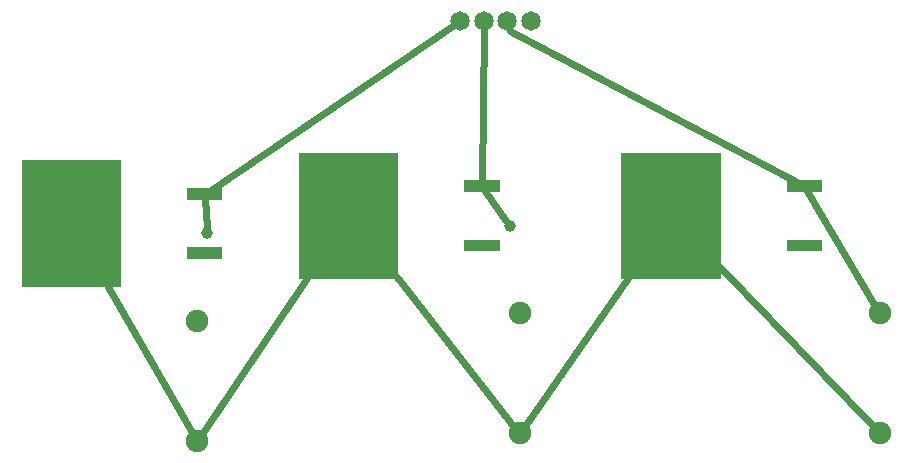
<source format=gtl>
G04 MADE WITH FRITZING*
G04 WWW.FRITZING.ORG*
G04 DOUBLE SIDED*
G04 HOLES PLATED*
G04 CONTOUR ON CENTER OF CONTOUR VECTOR*
%ASAXBY*%
%FSLAX23Y23*%
%MOIN*%
%OFA0B0*%
%SFA1.0B1.0*%
%ADD10C,0.039370*%
%ADD11C,0.065000*%
%ADD12C,0.075000*%
%ADD13C,0.024000*%
%ADD14R,0.001000X0.001000*%
%LNCOPPER1*%
G90*
G70*
G54D10*
X703Y819D03*
X1711Y843D03*
G54D11*
X1545Y1526D03*
X1624Y1526D03*
X1702Y1526D03*
X1781Y1526D03*
G54D12*
X670Y526D03*
X670Y126D03*
X1745Y551D03*
X1745Y151D03*
X2945Y551D03*
X2945Y151D03*
G54D13*
X696Y933D02*
X702Y837D01*
D02*
X1525Y1512D02*
X716Y962D01*
D02*
X1630Y958D02*
X1700Y858D01*
D02*
X1624Y1502D02*
X1620Y987D01*
D02*
X2703Y958D02*
X2930Y575D01*
D02*
X1711Y1491D02*
X2668Y987D01*
D02*
X1708Y1503D02*
X1711Y1491D01*
D02*
X369Y644D02*
X656Y150D01*
D02*
X1037Y669D02*
X686Y149D01*
D02*
X1727Y173D02*
X1335Y671D01*
D02*
X2107Y669D02*
X1761Y174D01*
D02*
X2925Y171D02*
X2410Y708D01*
G54D14*
X1009Y1085D02*
X1339Y1085D01*
X2084Y1085D02*
X2414Y1085D01*
X1009Y1084D02*
X1339Y1084D01*
X2084Y1084D02*
X2414Y1084D01*
X1009Y1083D02*
X1339Y1083D01*
X2084Y1083D02*
X2414Y1083D01*
X1009Y1082D02*
X1339Y1082D01*
X2084Y1082D02*
X2414Y1082D01*
X1009Y1081D02*
X1339Y1081D01*
X2084Y1081D02*
X2414Y1081D01*
X1009Y1080D02*
X1339Y1080D01*
X2084Y1080D02*
X2414Y1080D01*
X1009Y1079D02*
X1339Y1079D01*
X2084Y1079D02*
X2414Y1079D01*
X1009Y1078D02*
X1339Y1078D01*
X2084Y1078D02*
X2414Y1078D01*
X1009Y1077D02*
X1339Y1077D01*
X2084Y1077D02*
X2414Y1077D01*
X1009Y1076D02*
X1339Y1076D01*
X2084Y1076D02*
X2414Y1076D01*
X1009Y1075D02*
X1339Y1075D01*
X2084Y1075D02*
X2414Y1075D01*
X1009Y1074D02*
X1339Y1074D01*
X2084Y1074D02*
X2414Y1074D01*
X1009Y1073D02*
X1339Y1073D01*
X2084Y1073D02*
X2414Y1073D01*
X1009Y1072D02*
X1339Y1072D01*
X2084Y1072D02*
X2414Y1072D01*
X1009Y1071D02*
X1339Y1071D01*
X2084Y1071D02*
X2414Y1071D01*
X1009Y1070D02*
X1339Y1070D01*
X2084Y1070D02*
X2414Y1070D01*
X1009Y1069D02*
X1339Y1069D01*
X2084Y1069D02*
X2414Y1069D01*
X1009Y1068D02*
X1339Y1068D01*
X2084Y1068D02*
X2414Y1068D01*
X1009Y1067D02*
X1339Y1067D01*
X2084Y1067D02*
X2414Y1067D01*
X1009Y1066D02*
X1339Y1066D01*
X2084Y1066D02*
X2414Y1066D01*
X1009Y1065D02*
X1339Y1065D01*
X2084Y1065D02*
X2414Y1065D01*
X1009Y1064D02*
X1339Y1064D01*
X2084Y1064D02*
X2414Y1064D01*
X1009Y1063D02*
X1339Y1063D01*
X2084Y1063D02*
X2414Y1063D01*
X1009Y1062D02*
X1339Y1062D01*
X2084Y1062D02*
X2414Y1062D01*
X1009Y1061D02*
X1339Y1061D01*
X2084Y1061D02*
X2414Y1061D01*
X85Y1060D02*
X414Y1060D01*
X1009Y1060D02*
X1339Y1060D01*
X2084Y1060D02*
X2414Y1060D01*
X85Y1059D02*
X414Y1059D01*
X1009Y1059D02*
X1339Y1059D01*
X2084Y1059D02*
X2414Y1059D01*
X85Y1058D02*
X414Y1058D01*
X1009Y1058D02*
X1339Y1058D01*
X2084Y1058D02*
X2414Y1058D01*
X85Y1057D02*
X414Y1057D01*
X1009Y1057D02*
X1339Y1057D01*
X2084Y1057D02*
X2414Y1057D01*
X85Y1056D02*
X414Y1056D01*
X1009Y1056D02*
X1339Y1056D01*
X2084Y1056D02*
X2414Y1056D01*
X85Y1055D02*
X414Y1055D01*
X1009Y1055D02*
X1339Y1055D01*
X2084Y1055D02*
X2414Y1055D01*
X85Y1054D02*
X414Y1054D01*
X1009Y1054D02*
X1339Y1054D01*
X2084Y1054D02*
X2414Y1054D01*
X85Y1053D02*
X414Y1053D01*
X1009Y1053D02*
X1339Y1053D01*
X2084Y1053D02*
X2414Y1053D01*
X85Y1052D02*
X414Y1052D01*
X1009Y1052D02*
X1339Y1052D01*
X2084Y1052D02*
X2414Y1052D01*
X85Y1051D02*
X414Y1051D01*
X1009Y1051D02*
X1339Y1051D01*
X2084Y1051D02*
X2414Y1051D01*
X85Y1050D02*
X414Y1050D01*
X1009Y1050D02*
X1339Y1050D01*
X2084Y1050D02*
X2414Y1050D01*
X85Y1049D02*
X414Y1049D01*
X1009Y1049D02*
X1339Y1049D01*
X2084Y1049D02*
X2414Y1049D01*
X85Y1048D02*
X414Y1048D01*
X1009Y1048D02*
X1339Y1048D01*
X2084Y1048D02*
X2414Y1048D01*
X85Y1047D02*
X414Y1047D01*
X1009Y1047D02*
X1339Y1047D01*
X2084Y1047D02*
X2414Y1047D01*
X85Y1046D02*
X414Y1046D01*
X1009Y1046D02*
X1339Y1046D01*
X2084Y1046D02*
X2414Y1046D01*
X85Y1045D02*
X414Y1045D01*
X1009Y1045D02*
X1339Y1045D01*
X2084Y1045D02*
X2414Y1045D01*
X85Y1044D02*
X414Y1044D01*
X1009Y1044D02*
X1339Y1044D01*
X2084Y1044D02*
X2414Y1044D01*
X85Y1043D02*
X414Y1043D01*
X1009Y1043D02*
X1339Y1043D01*
X2084Y1043D02*
X2414Y1043D01*
X85Y1042D02*
X414Y1042D01*
X1009Y1042D02*
X1339Y1042D01*
X2084Y1042D02*
X2414Y1042D01*
X85Y1041D02*
X414Y1041D01*
X1009Y1041D02*
X1339Y1041D01*
X2084Y1041D02*
X2414Y1041D01*
X85Y1040D02*
X414Y1040D01*
X1009Y1040D02*
X1339Y1040D01*
X2084Y1040D02*
X2414Y1040D01*
X85Y1039D02*
X414Y1039D01*
X1009Y1039D02*
X1339Y1039D01*
X2084Y1039D02*
X2414Y1039D01*
X85Y1038D02*
X414Y1038D01*
X1009Y1038D02*
X1339Y1038D01*
X2084Y1038D02*
X2414Y1038D01*
X85Y1037D02*
X414Y1037D01*
X1009Y1037D02*
X1339Y1037D01*
X2084Y1037D02*
X2414Y1037D01*
X85Y1036D02*
X414Y1036D01*
X1009Y1036D02*
X1339Y1036D01*
X2084Y1036D02*
X2414Y1036D01*
X85Y1035D02*
X414Y1035D01*
X1009Y1035D02*
X1339Y1035D01*
X2084Y1035D02*
X2414Y1035D01*
X85Y1034D02*
X414Y1034D01*
X1009Y1034D02*
X1339Y1034D01*
X2084Y1034D02*
X2414Y1034D01*
X85Y1033D02*
X414Y1033D01*
X1009Y1033D02*
X1339Y1033D01*
X2084Y1033D02*
X2414Y1033D01*
X85Y1032D02*
X414Y1032D01*
X1009Y1032D02*
X1339Y1032D01*
X2084Y1032D02*
X2414Y1032D01*
X85Y1031D02*
X414Y1031D01*
X1009Y1031D02*
X1339Y1031D01*
X2084Y1031D02*
X2414Y1031D01*
X85Y1030D02*
X414Y1030D01*
X1009Y1030D02*
X1339Y1030D01*
X2084Y1030D02*
X2414Y1030D01*
X85Y1029D02*
X414Y1029D01*
X1009Y1029D02*
X1339Y1029D01*
X2084Y1029D02*
X2414Y1029D01*
X85Y1028D02*
X414Y1028D01*
X1009Y1028D02*
X1339Y1028D01*
X2084Y1028D02*
X2414Y1028D01*
X85Y1027D02*
X414Y1027D01*
X1009Y1027D02*
X1339Y1027D01*
X2084Y1027D02*
X2414Y1027D01*
X85Y1026D02*
X414Y1026D01*
X1009Y1026D02*
X1339Y1026D01*
X2084Y1026D02*
X2414Y1026D01*
X85Y1025D02*
X414Y1025D01*
X1009Y1025D02*
X1339Y1025D01*
X2084Y1025D02*
X2414Y1025D01*
X85Y1024D02*
X414Y1024D01*
X1009Y1024D02*
X1339Y1024D01*
X2084Y1024D02*
X2414Y1024D01*
X85Y1023D02*
X414Y1023D01*
X1009Y1023D02*
X1339Y1023D01*
X2084Y1023D02*
X2414Y1023D01*
X85Y1022D02*
X414Y1022D01*
X1009Y1022D02*
X1339Y1022D01*
X2084Y1022D02*
X2414Y1022D01*
X85Y1021D02*
X414Y1021D01*
X1009Y1021D02*
X1339Y1021D01*
X2084Y1021D02*
X2414Y1021D01*
X85Y1020D02*
X414Y1020D01*
X1009Y1020D02*
X1339Y1020D01*
X2084Y1020D02*
X2414Y1020D01*
X85Y1019D02*
X414Y1019D01*
X1009Y1019D02*
X1339Y1019D01*
X2084Y1019D02*
X2414Y1019D01*
X85Y1018D02*
X414Y1018D01*
X1009Y1018D02*
X1339Y1018D01*
X2084Y1018D02*
X2414Y1018D01*
X85Y1017D02*
X414Y1017D01*
X1009Y1017D02*
X1339Y1017D01*
X2084Y1017D02*
X2414Y1017D01*
X85Y1016D02*
X414Y1016D01*
X1009Y1016D02*
X1339Y1016D01*
X2084Y1016D02*
X2414Y1016D01*
X85Y1015D02*
X414Y1015D01*
X1009Y1015D02*
X1339Y1015D01*
X2084Y1015D02*
X2414Y1015D01*
X85Y1014D02*
X414Y1014D01*
X1009Y1014D02*
X1339Y1014D01*
X2084Y1014D02*
X2414Y1014D01*
X85Y1013D02*
X414Y1013D01*
X1009Y1013D02*
X1339Y1013D01*
X2084Y1013D02*
X2414Y1013D01*
X85Y1012D02*
X414Y1012D01*
X1009Y1012D02*
X1339Y1012D01*
X2084Y1012D02*
X2414Y1012D01*
X85Y1011D02*
X414Y1011D01*
X1009Y1011D02*
X1339Y1011D01*
X2084Y1011D02*
X2414Y1011D01*
X85Y1010D02*
X414Y1010D01*
X1009Y1010D02*
X1339Y1010D01*
X2084Y1010D02*
X2414Y1010D01*
X85Y1009D02*
X414Y1009D01*
X1009Y1009D02*
X1339Y1009D01*
X2084Y1009D02*
X2414Y1009D01*
X85Y1008D02*
X414Y1008D01*
X1009Y1008D02*
X1339Y1008D01*
X2084Y1008D02*
X2414Y1008D01*
X85Y1007D02*
X414Y1007D01*
X1009Y1007D02*
X1339Y1007D01*
X2084Y1007D02*
X2414Y1007D01*
X85Y1006D02*
X414Y1006D01*
X1009Y1006D02*
X1339Y1006D01*
X2084Y1006D02*
X2414Y1006D01*
X85Y1005D02*
X414Y1005D01*
X1009Y1005D02*
X1339Y1005D01*
X2084Y1005D02*
X2414Y1005D01*
X85Y1004D02*
X414Y1004D01*
X1009Y1004D02*
X1339Y1004D01*
X2084Y1004D02*
X2414Y1004D01*
X85Y1003D02*
X414Y1003D01*
X1009Y1003D02*
X1339Y1003D01*
X2084Y1003D02*
X2414Y1003D01*
X85Y1002D02*
X414Y1002D01*
X1009Y1002D02*
X1339Y1002D01*
X2084Y1002D02*
X2414Y1002D01*
X85Y1001D02*
X414Y1001D01*
X1009Y1001D02*
X1339Y1001D01*
X2084Y1001D02*
X2414Y1001D01*
X85Y1000D02*
X414Y1000D01*
X1009Y1000D02*
X1339Y1000D01*
X2084Y1000D02*
X2414Y1000D01*
X85Y999D02*
X414Y999D01*
X1009Y999D02*
X1339Y999D01*
X2084Y999D02*
X2414Y999D01*
X85Y998D02*
X414Y998D01*
X1009Y998D02*
X1339Y998D01*
X2084Y998D02*
X2414Y998D01*
X85Y997D02*
X414Y997D01*
X1009Y997D02*
X1339Y997D01*
X2084Y997D02*
X2414Y997D01*
X85Y996D02*
X414Y996D01*
X1009Y996D02*
X1339Y996D01*
X2084Y996D02*
X2414Y996D01*
X85Y995D02*
X414Y995D01*
X1009Y995D02*
X1339Y995D01*
X2084Y995D02*
X2414Y995D01*
X85Y994D02*
X414Y994D01*
X1009Y994D02*
X1339Y994D01*
X2084Y994D02*
X2414Y994D01*
X85Y993D02*
X414Y993D01*
X1009Y993D02*
X1339Y993D01*
X1560Y993D02*
X1677Y993D01*
X2084Y993D02*
X2414Y993D01*
X2635Y993D02*
X2752Y993D01*
X85Y992D02*
X414Y992D01*
X1009Y992D02*
X1339Y992D01*
X1560Y992D02*
X1678Y992D01*
X2084Y992D02*
X2414Y992D01*
X2635Y992D02*
X2752Y992D01*
X85Y991D02*
X414Y991D01*
X1009Y991D02*
X1339Y991D01*
X1560Y991D02*
X1678Y991D01*
X2084Y991D02*
X2414Y991D01*
X2635Y991D02*
X2752Y991D01*
X85Y990D02*
X414Y990D01*
X1009Y990D02*
X1339Y990D01*
X1560Y990D02*
X1678Y990D01*
X2084Y990D02*
X2414Y990D01*
X2635Y990D02*
X2752Y990D01*
X85Y989D02*
X414Y989D01*
X1009Y989D02*
X1339Y989D01*
X1560Y989D02*
X1678Y989D01*
X2084Y989D02*
X2414Y989D01*
X2635Y989D02*
X2752Y989D01*
X85Y988D02*
X414Y988D01*
X1009Y988D02*
X1339Y988D01*
X1560Y988D02*
X1678Y988D01*
X2084Y988D02*
X2414Y988D01*
X2635Y988D02*
X2752Y988D01*
X85Y987D02*
X414Y987D01*
X1009Y987D02*
X1339Y987D01*
X1560Y987D02*
X1678Y987D01*
X2084Y987D02*
X2414Y987D01*
X2635Y987D02*
X2752Y987D01*
X85Y986D02*
X414Y986D01*
X1009Y986D02*
X1339Y986D01*
X1560Y986D02*
X1678Y986D01*
X2084Y986D02*
X2414Y986D01*
X2635Y986D02*
X2752Y986D01*
X85Y985D02*
X414Y985D01*
X1009Y985D02*
X1339Y985D01*
X1560Y985D02*
X1678Y985D01*
X2084Y985D02*
X2414Y985D01*
X2635Y985D02*
X2752Y985D01*
X85Y984D02*
X414Y984D01*
X1009Y984D02*
X1339Y984D01*
X1560Y984D02*
X1678Y984D01*
X2084Y984D02*
X2414Y984D01*
X2635Y984D02*
X2752Y984D01*
X85Y983D02*
X414Y983D01*
X1009Y983D02*
X1339Y983D01*
X1560Y983D02*
X1678Y983D01*
X2084Y983D02*
X2414Y983D01*
X2635Y983D02*
X2752Y983D01*
X85Y982D02*
X414Y982D01*
X1009Y982D02*
X1339Y982D01*
X1560Y982D02*
X1678Y982D01*
X2084Y982D02*
X2414Y982D01*
X2635Y982D02*
X2752Y982D01*
X85Y981D02*
X414Y981D01*
X1009Y981D02*
X1339Y981D01*
X1560Y981D02*
X1678Y981D01*
X2084Y981D02*
X2414Y981D01*
X2635Y981D02*
X2752Y981D01*
X85Y980D02*
X414Y980D01*
X1009Y980D02*
X1339Y980D01*
X1560Y980D02*
X1678Y980D01*
X2084Y980D02*
X2414Y980D01*
X2635Y980D02*
X2752Y980D01*
X85Y979D02*
X414Y979D01*
X1009Y979D02*
X1339Y979D01*
X1560Y979D02*
X1678Y979D01*
X2084Y979D02*
X2414Y979D01*
X2635Y979D02*
X2752Y979D01*
X85Y978D02*
X414Y978D01*
X1009Y978D02*
X1339Y978D01*
X1560Y978D02*
X1678Y978D01*
X2084Y978D02*
X2414Y978D01*
X2635Y978D02*
X2752Y978D01*
X85Y977D02*
X414Y977D01*
X1009Y977D02*
X1339Y977D01*
X1560Y977D02*
X1678Y977D01*
X2084Y977D02*
X2414Y977D01*
X2635Y977D02*
X2752Y977D01*
X85Y976D02*
X414Y976D01*
X1009Y976D02*
X1339Y976D01*
X1560Y976D02*
X1678Y976D01*
X2084Y976D02*
X2414Y976D01*
X2635Y976D02*
X2752Y976D01*
X85Y975D02*
X414Y975D01*
X1009Y975D02*
X1339Y975D01*
X1560Y975D02*
X1678Y975D01*
X2084Y975D02*
X2414Y975D01*
X2635Y975D02*
X2752Y975D01*
X85Y974D02*
X414Y974D01*
X1009Y974D02*
X1339Y974D01*
X1560Y974D02*
X1678Y974D01*
X2084Y974D02*
X2414Y974D01*
X2635Y974D02*
X2752Y974D01*
X85Y973D02*
X414Y973D01*
X1009Y973D02*
X1339Y973D01*
X1560Y973D02*
X1678Y973D01*
X2084Y973D02*
X2414Y973D01*
X2635Y973D02*
X2752Y973D01*
X85Y972D02*
X414Y972D01*
X1009Y972D02*
X1339Y972D01*
X1560Y972D02*
X1678Y972D01*
X2084Y972D02*
X2414Y972D01*
X2635Y972D02*
X2752Y972D01*
X85Y971D02*
X414Y971D01*
X1009Y971D02*
X1339Y971D01*
X1560Y971D02*
X1678Y971D01*
X2084Y971D02*
X2414Y971D01*
X2635Y971D02*
X2752Y971D01*
X85Y970D02*
X414Y970D01*
X1009Y970D02*
X1339Y970D01*
X1560Y970D02*
X1678Y970D01*
X2084Y970D02*
X2414Y970D01*
X2635Y970D02*
X2752Y970D01*
X85Y969D02*
X414Y969D01*
X1009Y969D02*
X1339Y969D01*
X1560Y969D02*
X1678Y969D01*
X2084Y969D02*
X2414Y969D01*
X2635Y969D02*
X2752Y969D01*
X85Y968D02*
X414Y968D01*
X636Y968D02*
X753Y968D01*
X1009Y968D02*
X1339Y968D01*
X1560Y968D02*
X1678Y968D01*
X2084Y968D02*
X2414Y968D01*
X2635Y968D02*
X2752Y968D01*
X85Y967D02*
X414Y967D01*
X636Y967D02*
X753Y967D01*
X1009Y967D02*
X1339Y967D01*
X1560Y967D02*
X1678Y967D01*
X2084Y967D02*
X2414Y967D01*
X2635Y967D02*
X2752Y967D01*
X85Y966D02*
X414Y966D01*
X636Y966D02*
X753Y966D01*
X1009Y966D02*
X1339Y966D01*
X1560Y966D02*
X1678Y966D01*
X2084Y966D02*
X2414Y966D01*
X2635Y966D02*
X2752Y966D01*
X85Y965D02*
X414Y965D01*
X636Y965D02*
X753Y965D01*
X1009Y965D02*
X1339Y965D01*
X1560Y965D02*
X1678Y965D01*
X2084Y965D02*
X2414Y965D01*
X2635Y965D02*
X2752Y965D01*
X85Y964D02*
X414Y964D01*
X636Y964D02*
X753Y964D01*
X1009Y964D02*
X1339Y964D01*
X1560Y964D02*
X1678Y964D01*
X2084Y964D02*
X2414Y964D01*
X2635Y964D02*
X2752Y964D01*
X85Y963D02*
X414Y963D01*
X636Y963D02*
X753Y963D01*
X1009Y963D02*
X1339Y963D01*
X1560Y963D02*
X1678Y963D01*
X2084Y963D02*
X2414Y963D01*
X2635Y963D02*
X2752Y963D01*
X85Y962D02*
X414Y962D01*
X636Y962D02*
X753Y962D01*
X1009Y962D02*
X1339Y962D01*
X1560Y962D02*
X1678Y962D01*
X2084Y962D02*
X2414Y962D01*
X2635Y962D02*
X2752Y962D01*
X85Y961D02*
X414Y961D01*
X636Y961D02*
X753Y961D01*
X1009Y961D02*
X1339Y961D01*
X1560Y961D02*
X1678Y961D01*
X2084Y961D02*
X2414Y961D01*
X2635Y961D02*
X2752Y961D01*
X85Y960D02*
X414Y960D01*
X636Y960D02*
X753Y960D01*
X1009Y960D02*
X1339Y960D01*
X1560Y960D02*
X1678Y960D01*
X2084Y960D02*
X2414Y960D01*
X2635Y960D02*
X2752Y960D01*
X85Y959D02*
X414Y959D01*
X636Y959D02*
X753Y959D01*
X1009Y959D02*
X1339Y959D01*
X1560Y959D02*
X1678Y959D01*
X2084Y959D02*
X2414Y959D01*
X2635Y959D02*
X2752Y959D01*
X85Y958D02*
X414Y958D01*
X636Y958D02*
X753Y958D01*
X1009Y958D02*
X1339Y958D01*
X1560Y958D02*
X1678Y958D01*
X2084Y958D02*
X2414Y958D01*
X2635Y958D02*
X2752Y958D01*
X85Y957D02*
X414Y957D01*
X636Y957D02*
X753Y957D01*
X1009Y957D02*
X1339Y957D01*
X1560Y957D02*
X1678Y957D01*
X2084Y957D02*
X2414Y957D01*
X2635Y957D02*
X2752Y957D01*
X85Y956D02*
X414Y956D01*
X636Y956D02*
X753Y956D01*
X1009Y956D02*
X1339Y956D01*
X1560Y956D02*
X1678Y956D01*
X2084Y956D02*
X2414Y956D01*
X2635Y956D02*
X2752Y956D01*
X85Y955D02*
X414Y955D01*
X636Y955D02*
X753Y955D01*
X1009Y955D02*
X1339Y955D01*
X1560Y955D02*
X1678Y955D01*
X2084Y955D02*
X2414Y955D01*
X2635Y955D02*
X2752Y955D01*
X85Y954D02*
X414Y954D01*
X636Y954D02*
X753Y954D01*
X1009Y954D02*
X1339Y954D01*
X2084Y954D02*
X2414Y954D01*
X85Y953D02*
X414Y953D01*
X636Y953D02*
X753Y953D01*
X1009Y953D02*
X1339Y953D01*
X2084Y953D02*
X2414Y953D01*
X85Y952D02*
X414Y952D01*
X636Y952D02*
X753Y952D01*
X1009Y952D02*
X1339Y952D01*
X2084Y952D02*
X2414Y952D01*
X85Y951D02*
X414Y951D01*
X636Y951D02*
X753Y951D01*
X1009Y951D02*
X1339Y951D01*
X2084Y951D02*
X2414Y951D01*
X85Y950D02*
X414Y950D01*
X636Y950D02*
X753Y950D01*
X1009Y950D02*
X1339Y950D01*
X2084Y950D02*
X2414Y950D01*
X85Y949D02*
X414Y949D01*
X636Y949D02*
X753Y949D01*
X1009Y949D02*
X1339Y949D01*
X2084Y949D02*
X2414Y949D01*
X85Y948D02*
X414Y948D01*
X636Y948D02*
X753Y948D01*
X1009Y948D02*
X1339Y948D01*
X2084Y948D02*
X2414Y948D01*
X85Y947D02*
X414Y947D01*
X636Y947D02*
X753Y947D01*
X1009Y947D02*
X1339Y947D01*
X2084Y947D02*
X2414Y947D01*
X85Y946D02*
X414Y946D01*
X636Y946D02*
X753Y946D01*
X1009Y946D02*
X1339Y946D01*
X2084Y946D02*
X2414Y946D01*
X85Y945D02*
X414Y945D01*
X636Y945D02*
X753Y945D01*
X1009Y945D02*
X1339Y945D01*
X2084Y945D02*
X2414Y945D01*
X85Y944D02*
X414Y944D01*
X636Y944D02*
X753Y944D01*
X1009Y944D02*
X1339Y944D01*
X2084Y944D02*
X2414Y944D01*
X85Y943D02*
X414Y943D01*
X636Y943D02*
X753Y943D01*
X1009Y943D02*
X1339Y943D01*
X2084Y943D02*
X2414Y943D01*
X85Y942D02*
X414Y942D01*
X636Y942D02*
X753Y942D01*
X1009Y942D02*
X1339Y942D01*
X2084Y942D02*
X2414Y942D01*
X85Y941D02*
X414Y941D01*
X636Y941D02*
X753Y941D01*
X1009Y941D02*
X1339Y941D01*
X2084Y941D02*
X2414Y941D01*
X85Y940D02*
X414Y940D01*
X636Y940D02*
X753Y940D01*
X1009Y940D02*
X1339Y940D01*
X2084Y940D02*
X2414Y940D01*
X85Y939D02*
X414Y939D01*
X636Y939D02*
X753Y939D01*
X1009Y939D02*
X1339Y939D01*
X2084Y939D02*
X2414Y939D01*
X85Y938D02*
X414Y938D01*
X636Y938D02*
X753Y938D01*
X1009Y938D02*
X1339Y938D01*
X2084Y938D02*
X2414Y938D01*
X85Y937D02*
X414Y937D01*
X636Y937D02*
X753Y937D01*
X1009Y937D02*
X1339Y937D01*
X2084Y937D02*
X2414Y937D01*
X85Y936D02*
X414Y936D01*
X636Y936D02*
X753Y936D01*
X1009Y936D02*
X1339Y936D01*
X2084Y936D02*
X2414Y936D01*
X85Y935D02*
X414Y935D01*
X636Y935D02*
X753Y935D01*
X1009Y935D02*
X1339Y935D01*
X2084Y935D02*
X2414Y935D01*
X85Y934D02*
X414Y934D01*
X636Y934D02*
X753Y934D01*
X1009Y934D02*
X1339Y934D01*
X2084Y934D02*
X2414Y934D01*
X85Y933D02*
X414Y933D01*
X636Y933D02*
X753Y933D01*
X1009Y933D02*
X1339Y933D01*
X2084Y933D02*
X2414Y933D01*
X85Y932D02*
X414Y932D01*
X636Y932D02*
X753Y932D01*
X1009Y932D02*
X1339Y932D01*
X2084Y932D02*
X2414Y932D01*
X85Y931D02*
X414Y931D01*
X636Y931D02*
X753Y931D01*
X1009Y931D02*
X1339Y931D01*
X2084Y931D02*
X2414Y931D01*
X85Y930D02*
X414Y930D01*
X636Y930D02*
X753Y930D01*
X1009Y930D02*
X1339Y930D01*
X2084Y930D02*
X2414Y930D01*
X85Y929D02*
X414Y929D01*
X1009Y929D02*
X1339Y929D01*
X2084Y929D02*
X2414Y929D01*
X85Y928D02*
X414Y928D01*
X1009Y928D02*
X1339Y928D01*
X2084Y928D02*
X2414Y928D01*
X85Y927D02*
X414Y927D01*
X1009Y927D02*
X1339Y927D01*
X2084Y927D02*
X2414Y927D01*
X85Y926D02*
X414Y926D01*
X1009Y926D02*
X1339Y926D01*
X2084Y926D02*
X2414Y926D01*
X85Y925D02*
X414Y925D01*
X1009Y925D02*
X1339Y925D01*
X2084Y925D02*
X2414Y925D01*
X85Y924D02*
X414Y924D01*
X1009Y924D02*
X1339Y924D01*
X2084Y924D02*
X2414Y924D01*
X85Y923D02*
X414Y923D01*
X1009Y923D02*
X1339Y923D01*
X2084Y923D02*
X2414Y923D01*
X85Y922D02*
X414Y922D01*
X1009Y922D02*
X1339Y922D01*
X2084Y922D02*
X2414Y922D01*
X85Y921D02*
X414Y921D01*
X1009Y921D02*
X1339Y921D01*
X2084Y921D02*
X2414Y921D01*
X85Y920D02*
X414Y920D01*
X1009Y920D02*
X1339Y920D01*
X2084Y920D02*
X2414Y920D01*
X85Y919D02*
X414Y919D01*
X1009Y919D02*
X1339Y919D01*
X2084Y919D02*
X2414Y919D01*
X85Y918D02*
X414Y918D01*
X1009Y918D02*
X1339Y918D01*
X2084Y918D02*
X2414Y918D01*
X85Y917D02*
X414Y917D01*
X1009Y917D02*
X1339Y917D01*
X2084Y917D02*
X2414Y917D01*
X85Y916D02*
X414Y916D01*
X1009Y916D02*
X1339Y916D01*
X2084Y916D02*
X2414Y916D01*
X85Y915D02*
X414Y915D01*
X1009Y915D02*
X1339Y915D01*
X2084Y915D02*
X2414Y915D01*
X85Y914D02*
X414Y914D01*
X1009Y914D02*
X1339Y914D01*
X2084Y914D02*
X2414Y914D01*
X85Y913D02*
X414Y913D01*
X1009Y913D02*
X1339Y913D01*
X2084Y913D02*
X2414Y913D01*
X85Y912D02*
X414Y912D01*
X1009Y912D02*
X1339Y912D01*
X2084Y912D02*
X2414Y912D01*
X85Y911D02*
X414Y911D01*
X1009Y911D02*
X1339Y911D01*
X2084Y911D02*
X2414Y911D01*
X85Y910D02*
X414Y910D01*
X1009Y910D02*
X1339Y910D01*
X2084Y910D02*
X2414Y910D01*
X85Y909D02*
X414Y909D01*
X1009Y909D02*
X1339Y909D01*
X2084Y909D02*
X2414Y909D01*
X85Y908D02*
X414Y908D01*
X1009Y908D02*
X1339Y908D01*
X2084Y908D02*
X2414Y908D01*
X85Y907D02*
X414Y907D01*
X1009Y907D02*
X1339Y907D01*
X2084Y907D02*
X2414Y907D01*
X85Y906D02*
X414Y906D01*
X1009Y906D02*
X1339Y906D01*
X2084Y906D02*
X2414Y906D01*
X85Y905D02*
X414Y905D01*
X1009Y905D02*
X1339Y905D01*
X2084Y905D02*
X2414Y905D01*
X85Y904D02*
X414Y904D01*
X1009Y904D02*
X1339Y904D01*
X2084Y904D02*
X2414Y904D01*
X85Y903D02*
X414Y903D01*
X1009Y903D02*
X1339Y903D01*
X2084Y903D02*
X2414Y903D01*
X85Y902D02*
X414Y902D01*
X1009Y902D02*
X1339Y902D01*
X2084Y902D02*
X2414Y902D01*
X85Y901D02*
X414Y901D01*
X1009Y901D02*
X1339Y901D01*
X2084Y901D02*
X2414Y901D01*
X85Y900D02*
X414Y900D01*
X1009Y900D02*
X1339Y900D01*
X2084Y900D02*
X2414Y900D01*
X85Y899D02*
X414Y899D01*
X1009Y899D02*
X1339Y899D01*
X2084Y899D02*
X2414Y899D01*
X85Y898D02*
X414Y898D01*
X1009Y898D02*
X1339Y898D01*
X2084Y898D02*
X2414Y898D01*
X85Y897D02*
X414Y897D01*
X1009Y897D02*
X1339Y897D01*
X2084Y897D02*
X2414Y897D01*
X85Y896D02*
X414Y896D01*
X1009Y896D02*
X1339Y896D01*
X2084Y896D02*
X2414Y896D01*
X85Y895D02*
X414Y895D01*
X1009Y895D02*
X1339Y895D01*
X2084Y895D02*
X2414Y895D01*
X85Y894D02*
X414Y894D01*
X1009Y894D02*
X1339Y894D01*
X2084Y894D02*
X2414Y894D01*
X85Y893D02*
X414Y893D01*
X1009Y893D02*
X1339Y893D01*
X2084Y893D02*
X2414Y893D01*
X85Y892D02*
X414Y892D01*
X1009Y892D02*
X1339Y892D01*
X2084Y892D02*
X2414Y892D01*
X85Y891D02*
X414Y891D01*
X1009Y891D02*
X1339Y891D01*
X2084Y891D02*
X2414Y891D01*
X85Y890D02*
X414Y890D01*
X1009Y890D02*
X1339Y890D01*
X2084Y890D02*
X2414Y890D01*
X85Y889D02*
X414Y889D01*
X1009Y889D02*
X1339Y889D01*
X2084Y889D02*
X2414Y889D01*
X85Y888D02*
X414Y888D01*
X1009Y888D02*
X1339Y888D01*
X2084Y888D02*
X2414Y888D01*
X85Y887D02*
X414Y887D01*
X1009Y887D02*
X1339Y887D01*
X2084Y887D02*
X2414Y887D01*
X85Y886D02*
X414Y886D01*
X1009Y886D02*
X1339Y886D01*
X2084Y886D02*
X2414Y886D01*
X85Y885D02*
X414Y885D01*
X1009Y885D02*
X1339Y885D01*
X2084Y885D02*
X2414Y885D01*
X85Y884D02*
X414Y884D01*
X1009Y884D02*
X1339Y884D01*
X2084Y884D02*
X2414Y884D01*
X85Y883D02*
X414Y883D01*
X1009Y883D02*
X1339Y883D01*
X2084Y883D02*
X2414Y883D01*
X85Y882D02*
X414Y882D01*
X1009Y882D02*
X1339Y882D01*
X2084Y882D02*
X2414Y882D01*
X85Y881D02*
X414Y881D01*
X1009Y881D02*
X1339Y881D01*
X2084Y881D02*
X2414Y881D01*
X85Y880D02*
X414Y880D01*
X1009Y880D02*
X1339Y880D01*
X2084Y880D02*
X2414Y880D01*
X85Y879D02*
X414Y879D01*
X1009Y879D02*
X1339Y879D01*
X2084Y879D02*
X2414Y879D01*
X85Y878D02*
X414Y878D01*
X1009Y878D02*
X1339Y878D01*
X2084Y878D02*
X2414Y878D01*
X85Y877D02*
X414Y877D01*
X1009Y877D02*
X1339Y877D01*
X2084Y877D02*
X2414Y877D01*
X85Y876D02*
X414Y876D01*
X1009Y876D02*
X1339Y876D01*
X2084Y876D02*
X2414Y876D01*
X85Y875D02*
X414Y875D01*
X1009Y875D02*
X1339Y875D01*
X2084Y875D02*
X2414Y875D01*
X85Y874D02*
X414Y874D01*
X1009Y874D02*
X1339Y874D01*
X2084Y874D02*
X2414Y874D01*
X85Y873D02*
X414Y873D01*
X1009Y873D02*
X1339Y873D01*
X2084Y873D02*
X2414Y873D01*
X85Y872D02*
X414Y872D01*
X1009Y872D02*
X1339Y872D01*
X2084Y872D02*
X2414Y872D01*
X85Y871D02*
X414Y871D01*
X1009Y871D02*
X1339Y871D01*
X2084Y871D02*
X2414Y871D01*
X85Y870D02*
X414Y870D01*
X1009Y870D02*
X1339Y870D01*
X2084Y870D02*
X2414Y870D01*
X85Y869D02*
X414Y869D01*
X1009Y869D02*
X1339Y869D01*
X2084Y869D02*
X2414Y869D01*
X85Y868D02*
X414Y868D01*
X1009Y868D02*
X1339Y868D01*
X2084Y868D02*
X2414Y868D01*
X85Y867D02*
X414Y867D01*
X1009Y867D02*
X1339Y867D01*
X2084Y867D02*
X2414Y867D01*
X85Y866D02*
X414Y866D01*
X1009Y866D02*
X1339Y866D01*
X2084Y866D02*
X2414Y866D01*
X85Y865D02*
X414Y865D01*
X1009Y865D02*
X1339Y865D01*
X2084Y865D02*
X2414Y865D01*
X85Y864D02*
X414Y864D01*
X1009Y864D02*
X1339Y864D01*
X2084Y864D02*
X2414Y864D01*
X85Y863D02*
X414Y863D01*
X1009Y863D02*
X1339Y863D01*
X2084Y863D02*
X2414Y863D01*
X85Y862D02*
X414Y862D01*
X1009Y862D02*
X1339Y862D01*
X2084Y862D02*
X2414Y862D01*
X85Y861D02*
X414Y861D01*
X1009Y861D02*
X1339Y861D01*
X2084Y861D02*
X2414Y861D01*
X85Y860D02*
X414Y860D01*
X1009Y860D02*
X1339Y860D01*
X2084Y860D02*
X2414Y860D01*
X85Y859D02*
X414Y859D01*
X1009Y859D02*
X1339Y859D01*
X2084Y859D02*
X2414Y859D01*
X85Y858D02*
X414Y858D01*
X1009Y858D02*
X1339Y858D01*
X2084Y858D02*
X2414Y858D01*
X85Y857D02*
X414Y857D01*
X1009Y857D02*
X1339Y857D01*
X2084Y857D02*
X2414Y857D01*
X85Y856D02*
X414Y856D01*
X1009Y856D02*
X1339Y856D01*
X2084Y856D02*
X2414Y856D01*
X85Y855D02*
X414Y855D01*
X1009Y855D02*
X1339Y855D01*
X2084Y855D02*
X2414Y855D01*
X85Y854D02*
X414Y854D01*
X1009Y854D02*
X1339Y854D01*
X2084Y854D02*
X2414Y854D01*
X85Y853D02*
X414Y853D01*
X1009Y853D02*
X1339Y853D01*
X2084Y853D02*
X2414Y853D01*
X85Y852D02*
X414Y852D01*
X1009Y852D02*
X1339Y852D01*
X2084Y852D02*
X2414Y852D01*
X85Y851D02*
X414Y851D01*
X1009Y851D02*
X1339Y851D01*
X2084Y851D02*
X2414Y851D01*
X85Y850D02*
X414Y850D01*
X1009Y850D02*
X1339Y850D01*
X2084Y850D02*
X2414Y850D01*
X85Y849D02*
X414Y849D01*
X1009Y849D02*
X1339Y849D01*
X2084Y849D02*
X2414Y849D01*
X85Y848D02*
X414Y848D01*
X1009Y848D02*
X1339Y848D01*
X2084Y848D02*
X2414Y848D01*
X85Y847D02*
X414Y847D01*
X1009Y847D02*
X1339Y847D01*
X2084Y847D02*
X2414Y847D01*
X85Y846D02*
X414Y846D01*
X1009Y846D02*
X1339Y846D01*
X2084Y846D02*
X2414Y846D01*
X85Y845D02*
X414Y845D01*
X1009Y845D02*
X1339Y845D01*
X2084Y845D02*
X2414Y845D01*
X85Y844D02*
X414Y844D01*
X1009Y844D02*
X1339Y844D01*
X2084Y844D02*
X2414Y844D01*
X85Y843D02*
X414Y843D01*
X1009Y843D02*
X1339Y843D01*
X2084Y843D02*
X2414Y843D01*
X85Y842D02*
X414Y842D01*
X1009Y842D02*
X1339Y842D01*
X2084Y842D02*
X2414Y842D01*
X85Y841D02*
X414Y841D01*
X1009Y841D02*
X1339Y841D01*
X2084Y841D02*
X2414Y841D01*
X85Y840D02*
X414Y840D01*
X1009Y840D02*
X1339Y840D01*
X2084Y840D02*
X2414Y840D01*
X85Y839D02*
X414Y839D01*
X1009Y839D02*
X1339Y839D01*
X2084Y839D02*
X2414Y839D01*
X85Y838D02*
X414Y838D01*
X1009Y838D02*
X1339Y838D01*
X2084Y838D02*
X2414Y838D01*
X85Y837D02*
X414Y837D01*
X1009Y837D02*
X1339Y837D01*
X2084Y837D02*
X2414Y837D01*
X85Y836D02*
X414Y836D01*
X1009Y836D02*
X1339Y836D01*
X2084Y836D02*
X2414Y836D01*
X85Y835D02*
X414Y835D01*
X1009Y835D02*
X1339Y835D01*
X2084Y835D02*
X2414Y835D01*
X85Y834D02*
X414Y834D01*
X1009Y834D02*
X1339Y834D01*
X2084Y834D02*
X2414Y834D01*
X85Y833D02*
X414Y833D01*
X1009Y833D02*
X1339Y833D01*
X2084Y833D02*
X2414Y833D01*
X85Y832D02*
X414Y832D01*
X1009Y832D02*
X1339Y832D01*
X2084Y832D02*
X2414Y832D01*
X85Y831D02*
X414Y831D01*
X1009Y831D02*
X1339Y831D01*
X2084Y831D02*
X2414Y831D01*
X85Y830D02*
X414Y830D01*
X1009Y830D02*
X1339Y830D01*
X2084Y830D02*
X2414Y830D01*
X85Y829D02*
X414Y829D01*
X1009Y829D02*
X1339Y829D01*
X2084Y829D02*
X2414Y829D01*
X85Y828D02*
X414Y828D01*
X1009Y828D02*
X1339Y828D01*
X2084Y828D02*
X2414Y828D01*
X85Y827D02*
X414Y827D01*
X1009Y827D02*
X1339Y827D01*
X2084Y827D02*
X2414Y827D01*
X85Y826D02*
X414Y826D01*
X1009Y826D02*
X1339Y826D01*
X2084Y826D02*
X2414Y826D01*
X85Y825D02*
X414Y825D01*
X1009Y825D02*
X1339Y825D01*
X2084Y825D02*
X2414Y825D01*
X85Y824D02*
X414Y824D01*
X1009Y824D02*
X1339Y824D01*
X2084Y824D02*
X2414Y824D01*
X85Y823D02*
X414Y823D01*
X1009Y823D02*
X1339Y823D01*
X2084Y823D02*
X2414Y823D01*
X85Y822D02*
X414Y822D01*
X1009Y822D02*
X1339Y822D01*
X2084Y822D02*
X2414Y822D01*
X85Y821D02*
X414Y821D01*
X1009Y821D02*
X1339Y821D01*
X2084Y821D02*
X2414Y821D01*
X85Y820D02*
X414Y820D01*
X1009Y820D02*
X1339Y820D01*
X2084Y820D02*
X2414Y820D01*
X85Y819D02*
X414Y819D01*
X1009Y819D02*
X1339Y819D01*
X2084Y819D02*
X2414Y819D01*
X85Y818D02*
X414Y818D01*
X1009Y818D02*
X1339Y818D01*
X2084Y818D02*
X2414Y818D01*
X85Y817D02*
X414Y817D01*
X1009Y817D02*
X1339Y817D01*
X2084Y817D02*
X2414Y817D01*
X85Y816D02*
X414Y816D01*
X1009Y816D02*
X1339Y816D01*
X2084Y816D02*
X2414Y816D01*
X85Y815D02*
X414Y815D01*
X1009Y815D02*
X1339Y815D01*
X2084Y815D02*
X2414Y815D01*
X85Y814D02*
X414Y814D01*
X1009Y814D02*
X1339Y814D01*
X2084Y814D02*
X2414Y814D01*
X85Y813D02*
X414Y813D01*
X1009Y813D02*
X1339Y813D01*
X2084Y813D02*
X2414Y813D01*
X85Y812D02*
X414Y812D01*
X1009Y812D02*
X1339Y812D01*
X2084Y812D02*
X2414Y812D01*
X85Y811D02*
X414Y811D01*
X1009Y811D02*
X1339Y811D01*
X2084Y811D02*
X2414Y811D01*
X85Y810D02*
X414Y810D01*
X1009Y810D02*
X1339Y810D01*
X2084Y810D02*
X2414Y810D01*
X85Y809D02*
X414Y809D01*
X1009Y809D02*
X1339Y809D01*
X2084Y809D02*
X2414Y809D01*
X85Y808D02*
X414Y808D01*
X1009Y808D02*
X1339Y808D01*
X2084Y808D02*
X2414Y808D01*
X85Y807D02*
X414Y807D01*
X1009Y807D02*
X1339Y807D01*
X2084Y807D02*
X2414Y807D01*
X85Y806D02*
X414Y806D01*
X1009Y806D02*
X1339Y806D01*
X2084Y806D02*
X2414Y806D01*
X85Y805D02*
X414Y805D01*
X1009Y805D02*
X1339Y805D01*
X2084Y805D02*
X2414Y805D01*
X85Y804D02*
X414Y804D01*
X1009Y804D02*
X1339Y804D01*
X2084Y804D02*
X2414Y804D01*
X85Y803D02*
X414Y803D01*
X1009Y803D02*
X1339Y803D01*
X2084Y803D02*
X2414Y803D01*
X85Y802D02*
X414Y802D01*
X1009Y802D02*
X1339Y802D01*
X2084Y802D02*
X2414Y802D01*
X85Y801D02*
X414Y801D01*
X1009Y801D02*
X1339Y801D01*
X2084Y801D02*
X2414Y801D01*
X85Y800D02*
X414Y800D01*
X1009Y800D02*
X1339Y800D01*
X2084Y800D02*
X2414Y800D01*
X85Y799D02*
X414Y799D01*
X1009Y799D02*
X1339Y799D01*
X2084Y799D02*
X2414Y799D01*
X85Y798D02*
X414Y798D01*
X1009Y798D02*
X1339Y798D01*
X2084Y798D02*
X2414Y798D01*
X85Y797D02*
X414Y797D01*
X1009Y797D02*
X1339Y797D01*
X2084Y797D02*
X2414Y797D01*
X85Y796D02*
X414Y796D01*
X1009Y796D02*
X1339Y796D01*
X1560Y796D02*
X1678Y796D01*
X2084Y796D02*
X2414Y796D01*
X2635Y796D02*
X2752Y796D01*
X85Y795D02*
X414Y795D01*
X1009Y795D02*
X1339Y795D01*
X1560Y795D02*
X1678Y795D01*
X2084Y795D02*
X2414Y795D01*
X2635Y795D02*
X2752Y795D01*
X85Y794D02*
X414Y794D01*
X1009Y794D02*
X1339Y794D01*
X1560Y794D02*
X1678Y794D01*
X2084Y794D02*
X2414Y794D01*
X2635Y794D02*
X2752Y794D01*
X85Y793D02*
X414Y793D01*
X1009Y793D02*
X1339Y793D01*
X1560Y793D02*
X1678Y793D01*
X2084Y793D02*
X2414Y793D01*
X2635Y793D02*
X2752Y793D01*
X85Y792D02*
X414Y792D01*
X1009Y792D02*
X1339Y792D01*
X1560Y792D02*
X1678Y792D01*
X2084Y792D02*
X2414Y792D01*
X2635Y792D02*
X2752Y792D01*
X85Y791D02*
X414Y791D01*
X1009Y791D02*
X1339Y791D01*
X1560Y791D02*
X1678Y791D01*
X2084Y791D02*
X2414Y791D01*
X2635Y791D02*
X2752Y791D01*
X85Y790D02*
X414Y790D01*
X1009Y790D02*
X1339Y790D01*
X1560Y790D02*
X1678Y790D01*
X2084Y790D02*
X2414Y790D01*
X2635Y790D02*
X2752Y790D01*
X85Y789D02*
X414Y789D01*
X1009Y789D02*
X1339Y789D01*
X1560Y789D02*
X1678Y789D01*
X2084Y789D02*
X2414Y789D01*
X2635Y789D02*
X2752Y789D01*
X85Y788D02*
X414Y788D01*
X1009Y788D02*
X1339Y788D01*
X1560Y788D02*
X1678Y788D01*
X2084Y788D02*
X2414Y788D01*
X2635Y788D02*
X2752Y788D01*
X85Y787D02*
X414Y787D01*
X1009Y787D02*
X1339Y787D01*
X1560Y787D02*
X1678Y787D01*
X2084Y787D02*
X2414Y787D01*
X2635Y787D02*
X2752Y787D01*
X85Y786D02*
X414Y786D01*
X1009Y786D02*
X1339Y786D01*
X1560Y786D02*
X1678Y786D01*
X2084Y786D02*
X2414Y786D01*
X2635Y786D02*
X2752Y786D01*
X85Y785D02*
X414Y785D01*
X1009Y785D02*
X1339Y785D01*
X1560Y785D02*
X1678Y785D01*
X2084Y785D02*
X2414Y785D01*
X2635Y785D02*
X2752Y785D01*
X85Y784D02*
X414Y784D01*
X1009Y784D02*
X1339Y784D01*
X1560Y784D02*
X1678Y784D01*
X2084Y784D02*
X2414Y784D01*
X2635Y784D02*
X2752Y784D01*
X85Y783D02*
X414Y783D01*
X1009Y783D02*
X1339Y783D01*
X1560Y783D02*
X1678Y783D01*
X2084Y783D02*
X2414Y783D01*
X2635Y783D02*
X2752Y783D01*
X85Y782D02*
X414Y782D01*
X1009Y782D02*
X1339Y782D01*
X1560Y782D02*
X1678Y782D01*
X2084Y782D02*
X2414Y782D01*
X2635Y782D02*
X2752Y782D01*
X85Y781D02*
X414Y781D01*
X1009Y781D02*
X1339Y781D01*
X1560Y781D02*
X1678Y781D01*
X2084Y781D02*
X2414Y781D01*
X2635Y781D02*
X2752Y781D01*
X85Y780D02*
X414Y780D01*
X1009Y780D02*
X1339Y780D01*
X1560Y780D02*
X1678Y780D01*
X2084Y780D02*
X2414Y780D01*
X2635Y780D02*
X2752Y780D01*
X85Y779D02*
X414Y779D01*
X1009Y779D02*
X1339Y779D01*
X1560Y779D02*
X1678Y779D01*
X2084Y779D02*
X2414Y779D01*
X2635Y779D02*
X2752Y779D01*
X85Y778D02*
X414Y778D01*
X1009Y778D02*
X1339Y778D01*
X1560Y778D02*
X1678Y778D01*
X2084Y778D02*
X2414Y778D01*
X2635Y778D02*
X2752Y778D01*
X85Y777D02*
X414Y777D01*
X1009Y777D02*
X1339Y777D01*
X1560Y777D02*
X1678Y777D01*
X2084Y777D02*
X2414Y777D01*
X2635Y777D02*
X2752Y777D01*
X85Y776D02*
X414Y776D01*
X1009Y776D02*
X1339Y776D01*
X1560Y776D02*
X1678Y776D01*
X2084Y776D02*
X2414Y776D01*
X2635Y776D02*
X2752Y776D01*
X85Y775D02*
X414Y775D01*
X1009Y775D02*
X1339Y775D01*
X1560Y775D02*
X1678Y775D01*
X2084Y775D02*
X2414Y775D01*
X2635Y775D02*
X2752Y775D01*
X85Y774D02*
X414Y774D01*
X1009Y774D02*
X1339Y774D01*
X1560Y774D02*
X1678Y774D01*
X2084Y774D02*
X2414Y774D01*
X2635Y774D02*
X2752Y774D01*
X85Y773D02*
X414Y773D01*
X1009Y773D02*
X1339Y773D01*
X1560Y773D02*
X1678Y773D01*
X2084Y773D02*
X2414Y773D01*
X2635Y773D02*
X2752Y773D01*
X85Y772D02*
X414Y772D01*
X1009Y772D02*
X1339Y772D01*
X1560Y772D02*
X1678Y772D01*
X2084Y772D02*
X2414Y772D01*
X2635Y772D02*
X2752Y772D01*
X85Y771D02*
X414Y771D01*
X636Y771D02*
X753Y771D01*
X1009Y771D02*
X1339Y771D01*
X1560Y771D02*
X1678Y771D01*
X2084Y771D02*
X2414Y771D01*
X2635Y771D02*
X2752Y771D01*
X85Y770D02*
X414Y770D01*
X636Y770D02*
X753Y770D01*
X1009Y770D02*
X1339Y770D01*
X1560Y770D02*
X1678Y770D01*
X2084Y770D02*
X2414Y770D01*
X2635Y770D02*
X2752Y770D01*
X85Y769D02*
X414Y769D01*
X636Y769D02*
X753Y769D01*
X1009Y769D02*
X1339Y769D01*
X1560Y769D02*
X1678Y769D01*
X2084Y769D02*
X2414Y769D01*
X2635Y769D02*
X2752Y769D01*
X85Y768D02*
X414Y768D01*
X636Y768D02*
X753Y768D01*
X1009Y768D02*
X1339Y768D01*
X1560Y768D02*
X1678Y768D01*
X2084Y768D02*
X2414Y768D01*
X2635Y768D02*
X2752Y768D01*
X85Y767D02*
X414Y767D01*
X636Y767D02*
X753Y767D01*
X1009Y767D02*
X1339Y767D01*
X1560Y767D02*
X1678Y767D01*
X2084Y767D02*
X2414Y767D01*
X2635Y767D02*
X2752Y767D01*
X85Y766D02*
X414Y766D01*
X636Y766D02*
X753Y766D01*
X1009Y766D02*
X1339Y766D01*
X1560Y766D02*
X1678Y766D01*
X2084Y766D02*
X2414Y766D01*
X2635Y766D02*
X2752Y766D01*
X85Y765D02*
X414Y765D01*
X636Y765D02*
X753Y765D01*
X1009Y765D02*
X1339Y765D01*
X1560Y765D02*
X1678Y765D01*
X2084Y765D02*
X2414Y765D01*
X2635Y765D02*
X2752Y765D01*
X85Y764D02*
X414Y764D01*
X636Y764D02*
X753Y764D01*
X1009Y764D02*
X1339Y764D01*
X1560Y764D02*
X1678Y764D01*
X2084Y764D02*
X2414Y764D01*
X2635Y764D02*
X2752Y764D01*
X85Y763D02*
X414Y763D01*
X636Y763D02*
X753Y763D01*
X1009Y763D02*
X1339Y763D01*
X1560Y763D02*
X1678Y763D01*
X2084Y763D02*
X2414Y763D01*
X2635Y763D02*
X2752Y763D01*
X85Y762D02*
X414Y762D01*
X636Y762D02*
X753Y762D01*
X1009Y762D02*
X1339Y762D01*
X1560Y762D02*
X1678Y762D01*
X2084Y762D02*
X2414Y762D01*
X2635Y762D02*
X2752Y762D01*
X85Y761D02*
X414Y761D01*
X636Y761D02*
X753Y761D01*
X1009Y761D02*
X1339Y761D01*
X1560Y761D02*
X1678Y761D01*
X2084Y761D02*
X2414Y761D01*
X2635Y761D02*
X2752Y761D01*
X85Y760D02*
X414Y760D01*
X636Y760D02*
X753Y760D01*
X1009Y760D02*
X1339Y760D01*
X1560Y760D02*
X1678Y760D01*
X2084Y760D02*
X2414Y760D01*
X2635Y760D02*
X2752Y760D01*
X85Y759D02*
X414Y759D01*
X636Y759D02*
X753Y759D01*
X1009Y759D02*
X1339Y759D01*
X1560Y759D02*
X1678Y759D01*
X2084Y759D02*
X2414Y759D01*
X2635Y759D02*
X2752Y759D01*
X85Y758D02*
X414Y758D01*
X636Y758D02*
X753Y758D01*
X1009Y758D02*
X1339Y758D01*
X1560Y758D02*
X1678Y758D01*
X2084Y758D02*
X2414Y758D01*
X2635Y758D02*
X2752Y758D01*
X85Y757D02*
X414Y757D01*
X636Y757D02*
X753Y757D01*
X1009Y757D02*
X1339Y757D01*
X2084Y757D02*
X2414Y757D01*
X85Y756D02*
X414Y756D01*
X636Y756D02*
X753Y756D01*
X1009Y756D02*
X1339Y756D01*
X2084Y756D02*
X2414Y756D01*
X85Y755D02*
X414Y755D01*
X636Y755D02*
X753Y755D01*
X1009Y755D02*
X1339Y755D01*
X2084Y755D02*
X2414Y755D01*
X85Y754D02*
X414Y754D01*
X636Y754D02*
X753Y754D01*
X1009Y754D02*
X1339Y754D01*
X2084Y754D02*
X2414Y754D01*
X85Y753D02*
X414Y753D01*
X636Y753D02*
X753Y753D01*
X1009Y753D02*
X1339Y753D01*
X2084Y753D02*
X2414Y753D01*
X85Y752D02*
X414Y752D01*
X636Y752D02*
X753Y752D01*
X1009Y752D02*
X1339Y752D01*
X2084Y752D02*
X2414Y752D01*
X85Y751D02*
X414Y751D01*
X636Y751D02*
X753Y751D01*
X1009Y751D02*
X1339Y751D01*
X2084Y751D02*
X2414Y751D01*
X85Y750D02*
X414Y750D01*
X636Y750D02*
X753Y750D01*
X1009Y750D02*
X1339Y750D01*
X2084Y750D02*
X2414Y750D01*
X85Y749D02*
X414Y749D01*
X636Y749D02*
X753Y749D01*
X1009Y749D02*
X1339Y749D01*
X2084Y749D02*
X2414Y749D01*
X85Y748D02*
X414Y748D01*
X636Y748D02*
X753Y748D01*
X1009Y748D02*
X1339Y748D01*
X2084Y748D02*
X2414Y748D01*
X85Y747D02*
X414Y747D01*
X636Y747D02*
X753Y747D01*
X1009Y747D02*
X1339Y747D01*
X2084Y747D02*
X2414Y747D01*
X85Y746D02*
X414Y746D01*
X636Y746D02*
X753Y746D01*
X1009Y746D02*
X1339Y746D01*
X2084Y746D02*
X2414Y746D01*
X85Y745D02*
X414Y745D01*
X636Y745D02*
X753Y745D01*
X1009Y745D02*
X1339Y745D01*
X2084Y745D02*
X2414Y745D01*
X85Y744D02*
X414Y744D01*
X636Y744D02*
X753Y744D01*
X1009Y744D02*
X1339Y744D01*
X2084Y744D02*
X2414Y744D01*
X85Y743D02*
X414Y743D01*
X636Y743D02*
X753Y743D01*
X1009Y743D02*
X1339Y743D01*
X2084Y743D02*
X2414Y743D01*
X85Y742D02*
X414Y742D01*
X636Y742D02*
X753Y742D01*
X1009Y742D02*
X1339Y742D01*
X2084Y742D02*
X2414Y742D01*
X85Y741D02*
X414Y741D01*
X636Y741D02*
X753Y741D01*
X1009Y741D02*
X1339Y741D01*
X2084Y741D02*
X2414Y741D01*
X85Y740D02*
X414Y740D01*
X636Y740D02*
X753Y740D01*
X1009Y740D02*
X1339Y740D01*
X2084Y740D02*
X2414Y740D01*
X85Y739D02*
X414Y739D01*
X636Y739D02*
X753Y739D01*
X1009Y739D02*
X1339Y739D01*
X2084Y739D02*
X2414Y739D01*
X85Y738D02*
X414Y738D01*
X636Y738D02*
X753Y738D01*
X1009Y738D02*
X1339Y738D01*
X2084Y738D02*
X2414Y738D01*
X85Y737D02*
X414Y737D01*
X636Y737D02*
X753Y737D01*
X1009Y737D02*
X1339Y737D01*
X2084Y737D02*
X2414Y737D01*
X85Y736D02*
X414Y736D01*
X636Y736D02*
X753Y736D01*
X1009Y736D02*
X1339Y736D01*
X2084Y736D02*
X2414Y736D01*
X85Y735D02*
X414Y735D01*
X636Y735D02*
X753Y735D01*
X1009Y735D02*
X1339Y735D01*
X2084Y735D02*
X2414Y735D01*
X85Y734D02*
X414Y734D01*
X636Y734D02*
X753Y734D01*
X1009Y734D02*
X1339Y734D01*
X2084Y734D02*
X2414Y734D01*
X85Y733D02*
X414Y733D01*
X636Y733D02*
X753Y733D01*
X1009Y733D02*
X1339Y733D01*
X2084Y733D02*
X2414Y733D01*
X85Y732D02*
X414Y732D01*
X1009Y732D02*
X1339Y732D01*
X2084Y732D02*
X2414Y732D01*
X85Y731D02*
X414Y731D01*
X1009Y731D02*
X1339Y731D01*
X2084Y731D02*
X2414Y731D01*
X85Y730D02*
X414Y730D01*
X1009Y730D02*
X1339Y730D01*
X2084Y730D02*
X2414Y730D01*
X85Y729D02*
X414Y729D01*
X1009Y729D02*
X1339Y729D01*
X2084Y729D02*
X2414Y729D01*
X85Y728D02*
X414Y728D01*
X1009Y728D02*
X1339Y728D01*
X2084Y728D02*
X2414Y728D01*
X85Y727D02*
X414Y727D01*
X1009Y727D02*
X1339Y727D01*
X2084Y727D02*
X2414Y727D01*
X85Y726D02*
X414Y726D01*
X1009Y726D02*
X1339Y726D01*
X2084Y726D02*
X2414Y726D01*
X85Y725D02*
X414Y725D01*
X1009Y725D02*
X1339Y725D01*
X2084Y725D02*
X2414Y725D01*
X85Y724D02*
X414Y724D01*
X1009Y724D02*
X1339Y724D01*
X2084Y724D02*
X2414Y724D01*
X85Y723D02*
X414Y723D01*
X1009Y723D02*
X1339Y723D01*
X2084Y723D02*
X2414Y723D01*
X85Y722D02*
X414Y722D01*
X1009Y722D02*
X1339Y722D01*
X2084Y722D02*
X2414Y722D01*
X85Y721D02*
X414Y721D01*
X1009Y721D02*
X1339Y721D01*
X2084Y721D02*
X2414Y721D01*
X85Y720D02*
X414Y720D01*
X1009Y720D02*
X1339Y720D01*
X2084Y720D02*
X2414Y720D01*
X85Y719D02*
X414Y719D01*
X1009Y719D02*
X1339Y719D01*
X2084Y719D02*
X2414Y719D01*
X85Y718D02*
X414Y718D01*
X1009Y718D02*
X1339Y718D01*
X2084Y718D02*
X2414Y718D01*
X85Y717D02*
X414Y717D01*
X1009Y717D02*
X1339Y717D01*
X2084Y717D02*
X2414Y717D01*
X85Y716D02*
X414Y716D01*
X1009Y716D02*
X1339Y716D01*
X2084Y716D02*
X2414Y716D01*
X85Y715D02*
X414Y715D01*
X1009Y715D02*
X1339Y715D01*
X2084Y715D02*
X2414Y715D01*
X85Y714D02*
X414Y714D01*
X1009Y714D02*
X1339Y714D01*
X2084Y714D02*
X2414Y714D01*
X85Y713D02*
X414Y713D01*
X1009Y713D02*
X1339Y713D01*
X2084Y713D02*
X2414Y713D01*
X85Y712D02*
X414Y712D01*
X1009Y712D02*
X1339Y712D01*
X2084Y712D02*
X2414Y712D01*
X85Y711D02*
X414Y711D01*
X1009Y711D02*
X1339Y711D01*
X2084Y711D02*
X2414Y711D01*
X85Y710D02*
X414Y710D01*
X1009Y710D02*
X1339Y710D01*
X2084Y710D02*
X2414Y710D01*
X85Y709D02*
X414Y709D01*
X1009Y709D02*
X1339Y709D01*
X2084Y709D02*
X2414Y709D01*
X85Y708D02*
X414Y708D01*
X1009Y708D02*
X1339Y708D01*
X2084Y708D02*
X2414Y708D01*
X85Y707D02*
X414Y707D01*
X1009Y707D02*
X1339Y707D01*
X2084Y707D02*
X2414Y707D01*
X85Y706D02*
X414Y706D01*
X1009Y706D02*
X1339Y706D01*
X2084Y706D02*
X2414Y706D01*
X85Y705D02*
X414Y705D01*
X1009Y705D02*
X1339Y705D01*
X2084Y705D02*
X2414Y705D01*
X85Y704D02*
X414Y704D01*
X1009Y704D02*
X1339Y704D01*
X2084Y704D02*
X2414Y704D01*
X85Y703D02*
X414Y703D01*
X1009Y703D02*
X1339Y703D01*
X2084Y703D02*
X2414Y703D01*
X85Y702D02*
X414Y702D01*
X1009Y702D02*
X1339Y702D01*
X2084Y702D02*
X2414Y702D01*
X85Y701D02*
X414Y701D01*
X1009Y701D02*
X1339Y701D01*
X2084Y701D02*
X2414Y701D01*
X85Y700D02*
X414Y700D01*
X1009Y700D02*
X1339Y700D01*
X2084Y700D02*
X2414Y700D01*
X85Y699D02*
X414Y699D01*
X1009Y699D02*
X1339Y699D01*
X2084Y699D02*
X2414Y699D01*
X85Y698D02*
X414Y698D01*
X1009Y698D02*
X1339Y698D01*
X2084Y698D02*
X2414Y698D01*
X85Y697D02*
X414Y697D01*
X1009Y697D02*
X1339Y697D01*
X2084Y697D02*
X2414Y697D01*
X85Y696D02*
X414Y696D01*
X1009Y696D02*
X1339Y696D01*
X2084Y696D02*
X2414Y696D01*
X85Y695D02*
X414Y695D01*
X1009Y695D02*
X1339Y695D01*
X2084Y695D02*
X2414Y695D01*
X85Y694D02*
X414Y694D01*
X1009Y694D02*
X1339Y694D01*
X2084Y694D02*
X2414Y694D01*
X85Y693D02*
X414Y693D01*
X1009Y693D02*
X1339Y693D01*
X2084Y693D02*
X2414Y693D01*
X85Y692D02*
X414Y692D01*
X1009Y692D02*
X1339Y692D01*
X2084Y692D02*
X2414Y692D01*
X85Y691D02*
X414Y691D01*
X1009Y691D02*
X1339Y691D01*
X2084Y691D02*
X2414Y691D01*
X85Y690D02*
X414Y690D01*
X1009Y690D02*
X1339Y690D01*
X2084Y690D02*
X2414Y690D01*
X85Y689D02*
X414Y689D01*
X1009Y689D02*
X1339Y689D01*
X2084Y689D02*
X2414Y689D01*
X85Y688D02*
X414Y688D01*
X1009Y688D02*
X1339Y688D01*
X2084Y688D02*
X2414Y688D01*
X85Y687D02*
X414Y687D01*
X1009Y687D02*
X1339Y687D01*
X2084Y687D02*
X2414Y687D01*
X85Y686D02*
X414Y686D01*
X1009Y686D02*
X1339Y686D01*
X2084Y686D02*
X2414Y686D01*
X85Y685D02*
X414Y685D01*
X1009Y685D02*
X1339Y685D01*
X2084Y685D02*
X2414Y685D01*
X85Y684D02*
X414Y684D01*
X1009Y684D02*
X1339Y684D01*
X2084Y684D02*
X2414Y684D01*
X85Y683D02*
X414Y683D01*
X1009Y683D02*
X1339Y683D01*
X2084Y683D02*
X2414Y683D01*
X85Y682D02*
X414Y682D01*
X1009Y682D02*
X1339Y682D01*
X2084Y682D02*
X2414Y682D01*
X85Y681D02*
X414Y681D01*
X1009Y681D02*
X1339Y681D01*
X2084Y681D02*
X2414Y681D01*
X85Y680D02*
X414Y680D01*
X1009Y680D02*
X1339Y680D01*
X2084Y680D02*
X2414Y680D01*
X85Y679D02*
X414Y679D01*
X1009Y679D02*
X1339Y679D01*
X2084Y679D02*
X2414Y679D01*
X85Y678D02*
X414Y678D01*
X1009Y678D02*
X1339Y678D01*
X2084Y678D02*
X2414Y678D01*
X85Y677D02*
X414Y677D01*
X1009Y677D02*
X1339Y677D01*
X2084Y677D02*
X2414Y677D01*
X85Y676D02*
X414Y676D01*
X1009Y676D02*
X1339Y676D01*
X2084Y676D02*
X2414Y676D01*
X85Y675D02*
X414Y675D01*
X1009Y675D02*
X1339Y675D01*
X2084Y675D02*
X2414Y675D01*
X85Y674D02*
X414Y674D01*
X1009Y674D02*
X1339Y674D01*
X2084Y674D02*
X2414Y674D01*
X85Y673D02*
X414Y673D01*
X1009Y673D02*
X1339Y673D01*
X2084Y673D02*
X2414Y673D01*
X85Y672D02*
X414Y672D01*
X1009Y672D02*
X1339Y672D01*
X2084Y672D02*
X2414Y672D01*
X85Y671D02*
X414Y671D01*
X1009Y671D02*
X1339Y671D01*
X2084Y671D02*
X2414Y671D01*
X85Y670D02*
X414Y670D01*
X1009Y670D02*
X1339Y670D01*
X2084Y670D02*
X2414Y670D01*
X85Y669D02*
X414Y669D01*
X1009Y669D02*
X1339Y669D01*
X2084Y669D02*
X2414Y669D01*
X85Y668D02*
X414Y668D01*
X1009Y668D02*
X1339Y668D01*
X2084Y668D02*
X2414Y668D01*
X85Y667D02*
X414Y667D01*
X1009Y667D02*
X1339Y667D01*
X2084Y667D02*
X2414Y667D01*
X85Y666D02*
X414Y666D01*
X1009Y666D02*
X1339Y666D01*
X2084Y666D02*
X2414Y666D01*
X85Y665D02*
X414Y665D01*
X1010Y665D02*
X1339Y665D01*
X2084Y665D02*
X2414Y665D01*
X85Y664D02*
X414Y664D01*
X85Y663D02*
X414Y663D01*
X85Y662D02*
X414Y662D01*
X85Y661D02*
X414Y661D01*
X85Y660D02*
X414Y660D01*
X85Y659D02*
X414Y659D01*
X85Y658D02*
X414Y658D01*
X85Y657D02*
X414Y657D01*
X85Y656D02*
X414Y656D01*
X85Y655D02*
X414Y655D01*
X85Y654D02*
X414Y654D01*
X85Y653D02*
X414Y653D01*
X85Y652D02*
X414Y652D01*
X85Y651D02*
X414Y651D01*
X85Y650D02*
X414Y650D01*
X85Y649D02*
X414Y649D01*
X85Y648D02*
X414Y648D01*
X85Y647D02*
X414Y647D01*
X85Y646D02*
X414Y646D01*
X85Y645D02*
X414Y645D01*
X85Y644D02*
X414Y644D01*
X85Y643D02*
X414Y643D01*
X85Y642D02*
X414Y642D01*
X85Y641D02*
X414Y641D01*
X85Y640D02*
X414Y640D01*
D02*
G04 End of Copper1*
M02*
</source>
